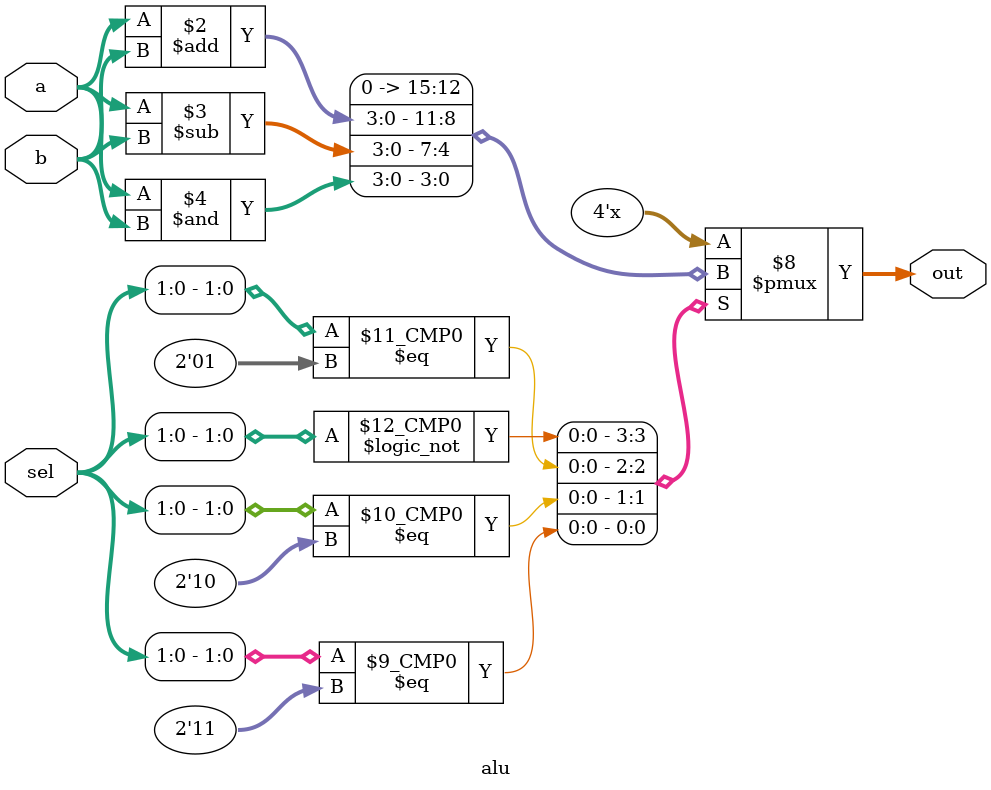
<source format=v>
module alu(input[3:0]a,input[3:0]b,input[2:0]sel, output reg[3:0] out);

always@(*) begin
	case(sel[1:0])
	    3'b000:out=0;
            3'b001:out=a+b;
            3'b010:out=a-b;
            3'b011:out=a&b;
            3'b100:out=a|b;
            3'b101:out=~a;
            3'b110:out=~b;	
            3'b111:out=0;
            default:out=0;
        endcase
end

endmodule

</source>
